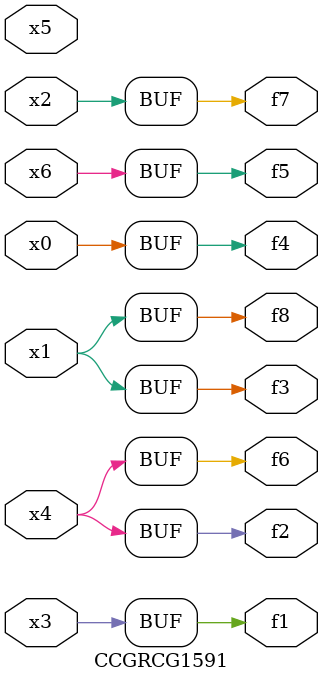
<source format=v>
module CCGRCG1591(
	input x0, x1, x2, x3, x4, x5, x6,
	output f1, f2, f3, f4, f5, f6, f7, f8
);
	assign f1 = x3;
	assign f2 = x4;
	assign f3 = x1;
	assign f4 = x0;
	assign f5 = x6;
	assign f6 = x4;
	assign f7 = x2;
	assign f8 = x1;
endmodule

</source>
